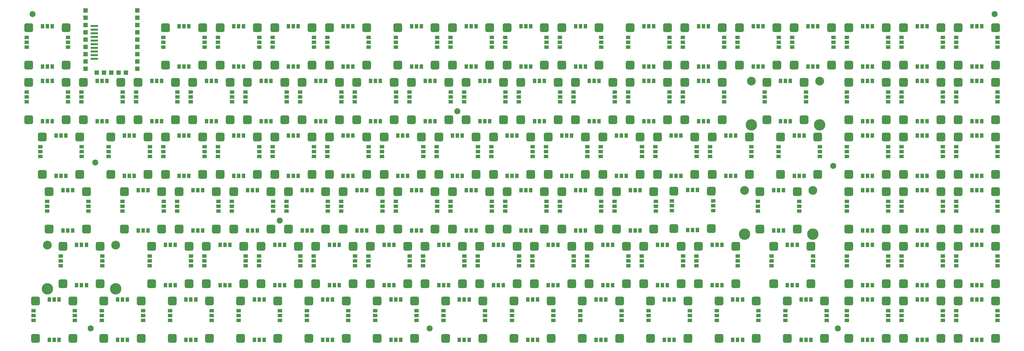
<source format=gbr>
%TF.GenerationSoftware,KiCad,Pcbnew,7.0.5*%
%TF.CreationDate,2023-06-08T14:54:28+02:00*%
%TF.ProjectId,verasity_PCB,76657261-7369-4747-995f-5043422e6b69,rev?*%
%TF.SameCoordinates,Original*%
%TF.FileFunction,Soldermask,Top*%
%TF.FilePolarity,Negative*%
%FSLAX46Y46*%
G04 Gerber Fmt 4.6, Leading zero omitted, Abs format (unit mm)*
G04 Created by KiCad (PCBNEW 7.0.5) date 2023-06-08 14:54:28*
%MOMM*%
%LPD*%
G01*
G04 APERTURE LIST*
G04 Aperture macros list*
%AMRoundRect*
0 Rectangle with rounded corners*
0 $1 Rounding radius*
0 $2 $3 $4 $5 $6 $7 $8 $9 X,Y pos of 4 corners*
0 Add a 4 corners polygon primitive as box body*
4,1,4,$2,$3,$4,$5,$6,$7,$8,$9,$2,$3,0*
0 Add four circle primitives for the rounded corners*
1,1,$1+$1,$2,$3*
1,1,$1+$1,$4,$5*
1,1,$1+$1,$6,$7*
1,1,$1+$1,$8,$9*
0 Add four rect primitives between the rounded corners*
20,1,$1+$1,$2,$3,$4,$5,0*
20,1,$1+$1,$4,$5,$6,$7,0*
20,1,$1+$1,$6,$7,$8,$9,0*
20,1,$1+$1,$8,$9,$2,$3,0*%
G04 Aperture macros list end*
%ADD10R,1.500000X1.250000*%
%ADD11RoundRect,0.500000X1.000000X-1.000000X1.000000X1.000000X-1.000000X1.000000X-1.000000X-1.000000X0*%
%ADD12R,1.250000X1.500000*%
%ADD13RoundRect,0.500000X-1.000000X-1.000000X1.000000X-1.000000X1.000000X1.000000X-1.000000X1.000000X0*%
%ADD14C,3.048000*%
%ADD15C,3.987800*%
%ADD16C,2.100000*%
%ADD17R,1.550000X1.550000*%
%ADD18R,2.500000X0.700000*%
G04 APERTURE END LIST*
D10*
%TO.C,U6*%
X76143485Y94999800D03*
D11*
X76843485Y88749800D03*
D12*
X83343485Y102249800D03*
X83343485Y88249800D03*
X85043485Y102249800D03*
X85043485Y88249800D03*
D11*
X89843485Y88749800D03*
D10*
X90543485Y94999800D03*
D13*
X76843485Y101749800D03*
X89843485Y101749800D03*
D10*
X90543485Y98399800D03*
X76143485Y98399800D03*
X76143485Y96699800D03*
X90543485Y96699800D03*
D12*
X81643485Y102249800D03*
X81643485Y88249800D03*
%TD*%
D10*
%TO.C,U24*%
X85668485Y75949800D03*
D11*
X86368485Y69699800D03*
D12*
X92868485Y83199800D03*
X92868485Y69199800D03*
X94568485Y83199800D03*
X94568485Y69199800D03*
D11*
X99368485Y69699800D03*
D10*
X100068485Y75949800D03*
D13*
X86368485Y82699800D03*
X99368485Y82699800D03*
D10*
X100068485Y79349800D03*
X85668485Y79349800D03*
X85668485Y77649800D03*
X100068485Y77649800D03*
D12*
X91168485Y83199800D03*
X91168485Y69199800D03*
%TD*%
D10*
%TO.C,U63*%
X195205985Y37849800D03*
D11*
X195905985Y31599800D03*
D12*
X202405985Y45099800D03*
X202405985Y31099800D03*
X204105985Y45099800D03*
X204105985Y31099800D03*
D11*
X208905985Y31599800D03*
D10*
X209605985Y37849800D03*
D13*
X195905985Y44599800D03*
X208905985Y44599800D03*
D10*
X209605985Y41249800D03*
X195205985Y41249800D03*
X195205985Y39549800D03*
X209605985Y39549800D03*
D12*
X200705985Y45099800D03*
X200705985Y31099800D03*
%TD*%
D10*
%TO.C,U79*%
X295218485Y18799800D03*
D11*
X295918485Y12549800D03*
D12*
X302418485Y26049800D03*
X302418485Y12049800D03*
X304118485Y26049800D03*
X304118485Y12049800D03*
D11*
X308918485Y12549800D03*
D10*
X309618485Y18799800D03*
D13*
X295918485Y25549800D03*
X308918485Y25549800D03*
D10*
X309618485Y22199800D03*
X295218485Y22199800D03*
X295218485Y20499800D03*
X309618485Y20499800D03*
D12*
X300718485Y26049800D03*
X300718485Y12049800D03*
%TD*%
D10*
%TO.C,U76*%
X204730985Y18799800D03*
D11*
X205430985Y12549800D03*
D12*
X211930985Y26049800D03*
X211930985Y12049800D03*
X213630985Y26049800D03*
X213630985Y12049800D03*
D11*
X218430985Y12549800D03*
D10*
X219130985Y18799800D03*
D13*
X205430985Y25549800D03*
X218430985Y25549800D03*
D10*
X219130985Y22199800D03*
X204730985Y22199800D03*
X204730985Y20499800D03*
X219130985Y20499800D03*
D12*
X210230985Y26049800D03*
X210230985Y12049800D03*
%TD*%
D10*
%TO.C,U82*%
X40424735Y-250200D03*
D11*
X41124735Y-6500200D03*
D12*
X47624735Y6999800D03*
X47624735Y-7000200D03*
X49324735Y6999800D03*
X49324735Y-7000200D03*
D11*
X54124735Y-6500200D03*
D10*
X54824735Y-250200D03*
D13*
X41124735Y6499800D03*
X54124735Y6499800D03*
D10*
X54824735Y3149800D03*
X40424735Y3149800D03*
X40424735Y1449800D03*
X54824735Y1449800D03*
D12*
X45924735Y6999800D03*
X45924735Y-7000200D03*
%TD*%
D10*
%TO.C,U44*%
X152343485Y56899800D03*
D11*
X153043485Y50649800D03*
D12*
X159543485Y64149800D03*
X159543485Y50149800D03*
X161243485Y64149800D03*
X161243485Y50149800D03*
D11*
X166043485Y50649800D03*
D10*
X166743485Y56899800D03*
D13*
X153043485Y63649800D03*
X166043485Y63649800D03*
D10*
X166743485Y60299800D03*
X152343485Y60299800D03*
X152343485Y58599800D03*
X166743485Y58599800D03*
D12*
X157843485Y64149800D03*
X157843485Y50149800D03*
%TD*%
D10*
%TO.C,U90*%
X207112235Y-250200D03*
D11*
X207812235Y-6500200D03*
D12*
X214312235Y6999800D03*
X214312235Y-7000200D03*
X216012235Y6999800D03*
X216012235Y-7000200D03*
D11*
X220812235Y-6500200D03*
D10*
X221512235Y-250200D03*
D13*
X207812235Y6499800D03*
X220812235Y6499800D03*
D10*
X221512235Y3149800D03*
X207112235Y3149800D03*
X207112235Y1449800D03*
X221512235Y1449800D03*
D12*
X212612235Y6999800D03*
X212612235Y-7000200D03*
%TD*%
D10*
%TO.C,U15*%
X257118485Y94999800D03*
D11*
X257818485Y88749800D03*
D12*
X264318485Y102249800D03*
X264318485Y88249800D03*
X266018485Y102249800D03*
X266018485Y88249800D03*
D11*
X270818485Y88749800D03*
D10*
X271518485Y94999800D03*
D13*
X257818485Y101749800D03*
X270818485Y101749800D03*
D10*
X271518485Y98399800D03*
X257118485Y98399800D03*
X257118485Y96699800D03*
X271518485Y96699800D03*
D12*
X262618485Y102249800D03*
X262618485Y88249800D03*
%TD*%
D10*
%TO.C,U19*%
X-9581515Y75949800D03*
D11*
X-8881515Y69699800D03*
D12*
X-2381515Y83199800D03*
X-2381515Y69199800D03*
X-681515Y83199800D03*
X-681515Y69199800D03*
D11*
X4118485Y69699800D03*
D10*
X4818485Y75949800D03*
D13*
X-8881515Y82699800D03*
X4118485Y82699800D03*
D10*
X4818485Y79349800D03*
X-9581515Y79349800D03*
X-9581515Y77649800D03*
X4818485Y77649800D03*
D12*
X-4081515Y83199800D03*
X-4081515Y69199800D03*
%TD*%
D10*
%TO.C,U34*%
X295218485Y75949800D03*
D11*
X295918485Y69699800D03*
D12*
X302418485Y83199800D03*
X302418485Y69199800D03*
X304118485Y83199800D03*
X304118485Y69199800D03*
D11*
X308918485Y69699800D03*
D10*
X309618485Y75949800D03*
D13*
X295918485Y82699800D03*
X308918485Y82699800D03*
D10*
X309618485Y79349800D03*
X295218485Y79349800D03*
X295218485Y77649800D03*
X309618485Y77649800D03*
D12*
X300718485Y83199800D03*
X300718485Y69199800D03*
%TD*%
D14*
%TO.C,U65*%
X240512500Y45085000D03*
D15*
X240512500Y29845000D03*
D10*
X245212500Y37850000D03*
D11*
X245912500Y31600000D03*
D12*
X252412500Y45100000D03*
X252412500Y31100000D03*
X254112500Y45100000D03*
X254112500Y31100000D03*
D11*
X258912500Y31600000D03*
D10*
X259612500Y37850000D03*
D14*
X264312500Y45085000D03*
D15*
X264312500Y29845000D03*
D13*
X245912500Y44600000D03*
X258912500Y44600000D03*
D10*
X259612500Y41250000D03*
X245212500Y41250000D03*
X245212500Y39550000D03*
X259612500Y39550000D03*
D12*
X250712500Y45100000D03*
X250712500Y31100000D03*
%TD*%
D10*
%TO.C,U11*%
X176155985Y94999800D03*
D11*
X176855985Y88749800D03*
D12*
X183355985Y102249800D03*
X183355985Y88249800D03*
X185055985Y102249800D03*
X185055985Y88249800D03*
D11*
X189855985Y88749800D03*
D10*
X190555985Y94999800D03*
D13*
X176855985Y101749800D03*
X189855985Y101749800D03*
D10*
X190555985Y98399800D03*
X176155985Y98399800D03*
X176155985Y96699800D03*
X190555985Y96699800D03*
D12*
X181655985Y102249800D03*
X181655985Y88249800D03*
%TD*%
D10*
%TO.C,U91*%
X230924735Y-250200D03*
D11*
X231624735Y-6500200D03*
D12*
X238124735Y6999800D03*
X238124735Y-7000200D03*
X239824735Y6999800D03*
X239824735Y-7000200D03*
D11*
X244624735Y-6500200D03*
D10*
X245324735Y-250200D03*
D13*
X231624735Y6499800D03*
X244624735Y6499800D03*
D10*
X245324735Y3149800D03*
X230924735Y3149800D03*
X230924735Y1449800D03*
X245324735Y1449800D03*
D12*
X236424735Y6999800D03*
X236424735Y-7000200D03*
%TD*%
D10*
%TO.C,U39*%
X57093485Y56899800D03*
D11*
X57793485Y50649800D03*
D12*
X64293485Y64149800D03*
X64293485Y50149800D03*
X65993485Y64149800D03*
X65993485Y50149800D03*
D11*
X70793485Y50649800D03*
D10*
X71493485Y56899800D03*
D13*
X57793485Y63649800D03*
X70793485Y63649800D03*
D10*
X71493485Y60299800D03*
X57093485Y60299800D03*
X57093485Y58599800D03*
X71493485Y58599800D03*
D12*
X62593485Y64149800D03*
X62593485Y50149800D03*
%TD*%
D10*
%TO.C,U92*%
X254737235Y-250200D03*
D11*
X255437235Y-6500200D03*
D12*
X261937235Y6999800D03*
X261937235Y-7000200D03*
X263637235Y6999800D03*
X263637235Y-7000200D03*
D11*
X268437235Y-6500200D03*
D10*
X269137235Y-250200D03*
D13*
X255437235Y6499800D03*
X268437235Y6499800D03*
D10*
X269137235Y3149800D03*
X254737235Y3149800D03*
X254737235Y1449800D03*
X269137235Y1449800D03*
D12*
X260237235Y6999800D03*
X260237235Y-7000200D03*
%TD*%
D10*
%TO.C,U22*%
X47568485Y75949800D03*
D11*
X48268485Y69699800D03*
D12*
X54768485Y83199800D03*
X54768485Y69199800D03*
X56468485Y83199800D03*
X56468485Y69199800D03*
D11*
X61268485Y69699800D03*
D10*
X61968485Y75949800D03*
D13*
X48268485Y82699800D03*
X61268485Y82699800D03*
D10*
X61968485Y79349800D03*
X47568485Y79349800D03*
X47568485Y77649800D03*
X61968485Y77649800D03*
D12*
X53068485Y83199800D03*
X53068485Y69199800D03*
%TD*%
D10*
%TO.C,U55*%
X42805985Y37849800D03*
D11*
X43505985Y31599800D03*
D12*
X50005985Y45099800D03*
X50005985Y31099800D03*
X51705985Y45099800D03*
X51705985Y31099800D03*
D11*
X56505985Y31599800D03*
D10*
X57205985Y37849800D03*
D13*
X43505985Y44599800D03*
X56505985Y44599800D03*
D10*
X57205985Y41249800D03*
X42805985Y41249800D03*
X42805985Y39549800D03*
X57205985Y39549800D03*
D12*
X48305985Y45099800D03*
X48305985Y31099800D03*
%TD*%
D10*
%TO.C,U7*%
X95193485Y94999800D03*
D11*
X95893485Y88749800D03*
D12*
X102393485Y102249800D03*
X102393485Y88249800D03*
X104093485Y102249800D03*
X104093485Y88249800D03*
D11*
X108893485Y88749800D03*
D10*
X109593485Y94999800D03*
D13*
X95893485Y101749800D03*
X108893485Y101749800D03*
D10*
X109593485Y98399800D03*
X95193485Y98399800D03*
X95193485Y96699800D03*
X109593485Y96699800D03*
D12*
X100693485Y102249800D03*
X100693485Y88249800D03*
%TD*%
D10*
%TO.C,U31*%
X219018485Y75949800D03*
D11*
X219718485Y69699800D03*
D12*
X226218485Y83199800D03*
X226218485Y69199800D03*
X227918485Y83199800D03*
X227918485Y69199800D03*
D11*
X232718485Y69699800D03*
D10*
X233418485Y75949800D03*
D13*
X219718485Y82699800D03*
X232718485Y82699800D03*
D10*
X233418485Y79349800D03*
X219018485Y79349800D03*
X219018485Y77649800D03*
X233418485Y77649800D03*
D12*
X224518485Y83199800D03*
X224518485Y69199800D03*
%TD*%
D16*
%TO.C,H8*%
X140493750Y72628125D03*
%TD*%
%TO.C,H6*%
X-7500000Y106500000D03*
%TD*%
D10*
%TO.C,U12*%
X199968485Y94999800D03*
D11*
X200668485Y88749800D03*
D12*
X207168485Y102249800D03*
X207168485Y88249800D03*
X208868485Y102249800D03*
X208868485Y88249800D03*
D11*
X213668485Y88749800D03*
D10*
X214368485Y94999800D03*
D13*
X200668485Y101749800D03*
X213668485Y101749800D03*
D10*
X214368485Y98399800D03*
X199968485Y98399800D03*
X199968485Y96699800D03*
X214368485Y96699800D03*
D12*
X205468485Y102249800D03*
X205468485Y88249800D03*
%TD*%
D10*
%TO.C,U33*%
X276168485Y75949800D03*
D11*
X276868485Y69699800D03*
D12*
X283368485Y83199800D03*
X283368485Y69199800D03*
X285068485Y83199800D03*
X285068485Y69199800D03*
D11*
X289868485Y69699800D03*
D10*
X290568485Y75949800D03*
D13*
X276868485Y82699800D03*
X289868485Y82699800D03*
D10*
X290568485Y79349800D03*
X276168485Y79349800D03*
X276168485Y77649800D03*
X290568485Y77649800D03*
D12*
X281668485Y83199800D03*
X281668485Y69199800D03*
%TD*%
D10*
%TO.C,U86*%
X135674735Y-250200D03*
D11*
X136374735Y-6500200D03*
D12*
X142874735Y6999800D03*
X142874735Y-7000200D03*
X144574735Y6999800D03*
X144574735Y-7000200D03*
D11*
X149374735Y-6500200D03*
D10*
X150074735Y-250200D03*
D13*
X136374735Y6499800D03*
X149374735Y6499800D03*
D10*
X150074735Y3149800D03*
X135674735Y3149800D03*
X135674735Y1449800D03*
X150074735Y1449800D03*
D12*
X141174735Y6999800D03*
X141174735Y-7000200D03*
%TD*%
D10*
%TO.C,U48*%
X228543485Y56899800D03*
D11*
X229243485Y50649800D03*
D12*
X235743485Y64149800D03*
X235743485Y50149800D03*
X237443485Y64149800D03*
X237443485Y50149800D03*
D11*
X242243485Y50649800D03*
D10*
X242943485Y56899800D03*
D13*
X229243485Y63649800D03*
X242243485Y63649800D03*
D10*
X242943485Y60299800D03*
X228543485Y60299800D03*
X228543485Y58599800D03*
X242943485Y58599800D03*
D12*
X234043485Y64149800D03*
X234043485Y50149800D03*
%TD*%
D10*
%TO.C,U80*%
X-7200265Y-250200D03*
D11*
X-6500265Y-6500200D03*
D12*
X-265Y6999800D03*
X-265Y-7000200D03*
X1699735Y6999800D03*
X1699735Y-7000200D03*
D11*
X6499735Y-6500200D03*
D10*
X7199735Y-250200D03*
D13*
X-6500265Y6499800D03*
X6499735Y6499800D03*
D10*
X7199735Y3149800D03*
X-7200265Y3149800D03*
X-7200265Y1449800D03*
X7199735Y1449800D03*
D12*
X-1700265Y6999800D03*
X-1700265Y-7000200D03*
%TD*%
D10*
%TO.C,U98*%
X314268485Y18799800D03*
D11*
X314968485Y12549800D03*
D12*
X321468485Y26049800D03*
X321468485Y12049800D03*
X323168485Y26049800D03*
X323168485Y12049800D03*
D11*
X327968485Y12549800D03*
D10*
X328668485Y18799800D03*
D13*
X314968485Y25549800D03*
X327968485Y25549800D03*
D10*
X328668485Y22199800D03*
X314268485Y22199800D03*
X314268485Y20499800D03*
X328668485Y20499800D03*
D12*
X319768485Y26049800D03*
X319768485Y12049800D03*
%TD*%
D16*
%TO.C,H2*%
X14287500Y54768750D03*
%TD*%
D10*
%TO.C,U49*%
X252355985Y56899800D03*
D11*
X253055985Y50649800D03*
D12*
X259555985Y64149800D03*
X259555985Y50149800D03*
X261255985Y64149800D03*
X261255985Y50149800D03*
D11*
X266055985Y50649800D03*
D10*
X266755985Y56899800D03*
D13*
X253055985Y63649800D03*
X266055985Y63649800D03*
D10*
X266755985Y60299800D03*
X252355985Y60299800D03*
X252355985Y58599800D03*
X266755985Y58599800D03*
D12*
X257855985Y64149800D03*
X257855985Y50149800D03*
%TD*%
D10*
%TO.C,U69*%
X71380985Y18799800D03*
D11*
X72080985Y12549800D03*
D12*
X78580985Y26049800D03*
X78580985Y12049800D03*
X80280985Y26049800D03*
X80280985Y12049800D03*
D11*
X85080985Y12549800D03*
D10*
X85780985Y18799800D03*
D13*
X72080985Y25549800D03*
X85080985Y25549800D03*
D10*
X85780985Y22199800D03*
X71380985Y22199800D03*
X71380985Y20499800D03*
X85780985Y20499800D03*
D12*
X76880985Y26049800D03*
X76880985Y12049800D03*
%TD*%
D10*
%TO.C,U68*%
X52330985Y18799800D03*
D11*
X53030985Y12549800D03*
D12*
X59530985Y26049800D03*
X59530985Y12049800D03*
X61230985Y26049800D03*
X61230985Y12049800D03*
D11*
X66030985Y12549800D03*
D10*
X66730985Y18799800D03*
D13*
X53030985Y25549800D03*
X66030985Y25549800D03*
D10*
X66730985Y22199800D03*
X52330985Y22199800D03*
X52330985Y20499800D03*
X66730985Y20499800D03*
D12*
X57830985Y26049800D03*
X57830985Y12049800D03*
%TD*%
D10*
%TO.C,U26*%
X123768485Y75949800D03*
D11*
X124468485Y69699800D03*
D12*
X130968485Y83199800D03*
X130968485Y69199800D03*
X132668485Y83199800D03*
X132668485Y69199800D03*
D11*
X137468485Y69699800D03*
D10*
X138168485Y75949800D03*
D13*
X124468485Y82699800D03*
X137468485Y82699800D03*
D10*
X138168485Y79349800D03*
X123768485Y79349800D03*
X123768485Y77649800D03*
X138168485Y77649800D03*
D12*
X129268485Y83199800D03*
X129268485Y69199800D03*
%TD*%
D10*
%TO.C,U75*%
X185680985Y18799800D03*
D11*
X186380985Y12549800D03*
D12*
X192880985Y26049800D03*
X192880985Y12049800D03*
X194580985Y26049800D03*
X194580985Y12049800D03*
D11*
X199380985Y12549800D03*
D10*
X200080985Y18799800D03*
D13*
X186380985Y25549800D03*
X199380985Y25549800D03*
D10*
X200080985Y22199800D03*
X185680985Y22199800D03*
X185680985Y20499800D03*
X200080985Y20499800D03*
D12*
X191180985Y26049800D03*
X191180985Y12049800D03*
%TD*%
D10*
%TO.C,U61*%
X157105985Y37849800D03*
D11*
X157805985Y31599800D03*
D12*
X164305985Y45099800D03*
X164305985Y31099800D03*
X166005985Y45099800D03*
X166005985Y31099800D03*
D11*
X170805985Y31599800D03*
D10*
X171505985Y37849800D03*
D13*
X157805985Y44599800D03*
X170805985Y44599800D03*
D10*
X171505985Y41249800D03*
X157105985Y41249800D03*
X157105985Y39549800D03*
X171505985Y39549800D03*
D12*
X162605985Y45099800D03*
X162605985Y31099800D03*
%TD*%
D10*
%TO.C,U21*%
X28518485Y75949800D03*
D11*
X29218485Y69699800D03*
D12*
X35718485Y83199800D03*
X35718485Y69199800D03*
X37418485Y83199800D03*
X37418485Y69199800D03*
D11*
X42218485Y69699800D03*
D10*
X42918485Y75949800D03*
D13*
X29218485Y82699800D03*
X42218485Y82699800D03*
D10*
X42918485Y79349800D03*
X28518485Y79349800D03*
X28518485Y77649800D03*
X42918485Y77649800D03*
D12*
X34018485Y83199800D03*
X34018485Y69199800D03*
%TD*%
D10*
%TO.C,U50*%
X276168485Y56899800D03*
D11*
X276868485Y50649800D03*
D12*
X283368485Y64149800D03*
X283368485Y50149800D03*
X285068485Y64149800D03*
X285068485Y50149800D03*
D11*
X289868485Y50649800D03*
D10*
X290568485Y56899800D03*
D13*
X276868485Y63649800D03*
X289868485Y63649800D03*
D10*
X290568485Y60299800D03*
X276168485Y60299800D03*
X276168485Y58599800D03*
X290568485Y58599800D03*
D12*
X281668485Y64149800D03*
X281668485Y50149800D03*
%TD*%
D10*
%TO.C,U45*%
X171393485Y56899800D03*
D11*
X172093485Y50649800D03*
D12*
X178593485Y64149800D03*
X178593485Y50149800D03*
X180293485Y64149800D03*
X180293485Y50149800D03*
D11*
X185093485Y50649800D03*
D10*
X185793485Y56899800D03*
D13*
X172093485Y63649800D03*
X185093485Y63649800D03*
D10*
X185793485Y60299800D03*
X171393485Y60299800D03*
X171393485Y58599800D03*
X185793485Y58599800D03*
D12*
X176893485Y64149800D03*
X176893485Y50149800D03*
%TD*%
D10*
%TO.C,U41*%
X95193485Y56899800D03*
D11*
X95893485Y50649800D03*
D12*
X102393485Y64149800D03*
X102393485Y50149800D03*
X104093485Y64149800D03*
X104093485Y50149800D03*
D11*
X108893485Y50649800D03*
D10*
X109593485Y56899800D03*
D13*
X95893485Y63649800D03*
X108893485Y63649800D03*
D10*
X109593485Y60299800D03*
X95193485Y60299800D03*
X95193485Y58599800D03*
X109593485Y58599800D03*
D12*
X100693485Y64149800D03*
X100693485Y50149800D03*
%TD*%
D16*
%TO.C,H1*%
X12700000Y-3000000D03*
%TD*%
D10*
%TO.C,U53*%
X-2437765Y37849800D03*
D11*
X-1737765Y31599800D03*
D12*
X4762235Y45099800D03*
X4762235Y31099800D03*
X6462235Y45099800D03*
X6462235Y31099800D03*
D11*
X11262235Y31599800D03*
D10*
X11962235Y37849800D03*
D13*
X-1737765Y44599800D03*
X11262235Y44599800D03*
D10*
X11962235Y41249800D03*
X-2437765Y41249800D03*
X-2437765Y39549800D03*
X11962235Y39549800D03*
D12*
X3062235Y45099800D03*
X3062235Y31099800D03*
%TD*%
D10*
%TO.C,U27*%
X142818485Y75949800D03*
D11*
X143518485Y69699800D03*
D12*
X150018485Y83199800D03*
X150018485Y69199800D03*
X151718485Y83199800D03*
X151718485Y69199800D03*
D11*
X156518485Y69699800D03*
D10*
X157218485Y75949800D03*
D13*
X143518485Y82699800D03*
X156518485Y82699800D03*
D10*
X157218485Y79349800D03*
X142818485Y79349800D03*
X142818485Y77649800D03*
X157218485Y77649800D03*
D12*
X148318485Y83199800D03*
X148318485Y69199800D03*
%TD*%
D10*
%TO.C,U23*%
X66618485Y75949800D03*
D11*
X67318485Y69699800D03*
D12*
X73818485Y83199800D03*
X73818485Y69199800D03*
X75518485Y83199800D03*
X75518485Y69199800D03*
D11*
X80318485Y69699800D03*
D10*
X81018485Y75949800D03*
D13*
X67318485Y82699800D03*
X80318485Y82699800D03*
D10*
X81018485Y79349800D03*
X66618485Y79349800D03*
X66618485Y77649800D03*
X81018485Y77649800D03*
D12*
X72118485Y83199800D03*
X72118485Y69199800D03*
%TD*%
D16*
%TO.C,H7*%
X271462500Y53578125D03*
%TD*%
D10*
%TO.C,U35*%
X314268485Y75949800D03*
D11*
X314968485Y69699800D03*
D12*
X321468485Y83199800D03*
X321468485Y69199800D03*
X323168485Y83199800D03*
X323168485Y69199800D03*
D11*
X327968485Y69699800D03*
D10*
X328668485Y75949800D03*
D13*
X314968485Y82699800D03*
X327968485Y82699800D03*
D10*
X328668485Y79349800D03*
X314268485Y79349800D03*
X314268485Y77649800D03*
X328668485Y77649800D03*
D12*
X319768485Y83199800D03*
X319768485Y69199800D03*
%TD*%
D10*
%TO.C,U87*%
X159487235Y-250200D03*
D11*
X160187235Y-6500200D03*
D12*
X166687235Y6999800D03*
X166687235Y-7000200D03*
X168387235Y6999800D03*
X168387235Y-7000200D03*
D11*
X173187235Y-6500200D03*
D10*
X173887235Y-250200D03*
D13*
X160187235Y6499800D03*
X173187235Y6499800D03*
D10*
X173887235Y3149800D03*
X159487235Y3149800D03*
X159487235Y1449800D03*
X173887235Y1449800D03*
D12*
X164987235Y6999800D03*
X164987235Y-7000200D03*
%TD*%
D10*
%TO.C,U4*%
X38043485Y94999800D03*
D11*
X38743485Y88749800D03*
D12*
X45243485Y102249800D03*
X45243485Y88249800D03*
X46943485Y102249800D03*
X46943485Y88249800D03*
D11*
X51743485Y88749800D03*
D10*
X52443485Y94999800D03*
D13*
X38743485Y101749800D03*
X51743485Y101749800D03*
D10*
X52443485Y98399800D03*
X38043485Y98399800D03*
X38043485Y96699800D03*
X52443485Y96699800D03*
D12*
X43543485Y102249800D03*
X43543485Y88249800D03*
%TD*%
D10*
%TO.C,U60*%
X138055985Y37849800D03*
D11*
X138755985Y31599800D03*
D12*
X145255985Y45099800D03*
X145255985Y31099800D03*
X146955985Y45099800D03*
X146955985Y31099800D03*
D11*
X151755985Y31599800D03*
D10*
X152455985Y37849800D03*
D13*
X138755985Y44599800D03*
X151755985Y44599800D03*
D10*
X152455985Y41249800D03*
X138055985Y41249800D03*
X138055985Y39549800D03*
X152455985Y39549800D03*
D12*
X143555985Y45099800D03*
X143555985Y31099800D03*
%TD*%
D10*
%TO.C,U16*%
X276168485Y94999800D03*
D11*
X276868485Y88749800D03*
D12*
X283368485Y102249800D03*
X283368485Y88249800D03*
X285068485Y102249800D03*
X285068485Y88249800D03*
D11*
X289868485Y88749800D03*
D10*
X290568485Y94999800D03*
D13*
X276868485Y101749800D03*
X289868485Y101749800D03*
D10*
X290568485Y98399800D03*
X276168485Y98399800D03*
X276168485Y96699800D03*
X290568485Y96699800D03*
D12*
X281668485Y102249800D03*
X281668485Y88249800D03*
%TD*%
D10*
%TO.C,U58*%
X99955985Y37849800D03*
D11*
X100655985Y31599800D03*
D12*
X107155985Y45099800D03*
X107155985Y31099800D03*
X108855985Y45099800D03*
X108855985Y31099800D03*
D11*
X113655985Y31599800D03*
D10*
X114355985Y37849800D03*
D13*
X100655985Y44599800D03*
X113655985Y44599800D03*
D10*
X114355985Y41249800D03*
X99955985Y41249800D03*
X99955985Y39549800D03*
X114355985Y39549800D03*
D12*
X105455985Y45099800D03*
X105455985Y31099800D03*
%TD*%
D10*
%TO.C,U46*%
X190443485Y56899800D03*
D11*
X191143485Y50649800D03*
D12*
X197643485Y64149800D03*
X197643485Y50149800D03*
X199343485Y64149800D03*
X199343485Y50149800D03*
D11*
X204143485Y50649800D03*
D10*
X204843485Y56899800D03*
D13*
X191143485Y63649800D03*
X204143485Y63649800D03*
D10*
X204843485Y60299800D03*
X190443485Y60299800D03*
X190443485Y58599800D03*
X204843485Y58599800D03*
D12*
X195943485Y64149800D03*
X195943485Y50149800D03*
%TD*%
D10*
%TO.C,U36*%
X-4819015Y56899800D03*
D11*
X-4119015Y50649800D03*
D12*
X2380985Y64149800D03*
X2380985Y50149800D03*
X4080985Y64149800D03*
X4080985Y50149800D03*
D11*
X8880985Y50649800D03*
D10*
X9580985Y56899800D03*
D13*
X-4119015Y63649800D03*
X8880985Y63649800D03*
D10*
X9580985Y60299800D03*
X-4819015Y60299800D03*
X-4819015Y58599800D03*
X9580985Y58599800D03*
D12*
X680985Y64149800D03*
X680985Y50149800D03*
%TD*%
D10*
%TO.C,U94*%
X295218485Y-250200D03*
D11*
X295918485Y-6500200D03*
D12*
X302418485Y6999800D03*
X302418485Y-7000200D03*
X304118485Y6999800D03*
X304118485Y-7000200D03*
D11*
X308918485Y-6500200D03*
D10*
X309618485Y-250200D03*
D13*
X295918485Y6499800D03*
X308918485Y6499800D03*
D10*
X309618485Y3149800D03*
X295218485Y3149800D03*
X295218485Y1449800D03*
X309618485Y1449800D03*
D12*
X300718485Y6999800D03*
X300718485Y-7000200D03*
%TD*%
D10*
%TO.C,U40*%
X76143485Y56899800D03*
D11*
X76843485Y50649800D03*
D12*
X83343485Y64149800D03*
X83343485Y50149800D03*
X85043485Y64149800D03*
X85043485Y50149800D03*
D11*
X89843485Y50649800D03*
D10*
X90543485Y56899800D03*
D13*
X76843485Y63649800D03*
X89843485Y63649800D03*
D10*
X90543485Y60299800D03*
X76143485Y60299800D03*
X76143485Y58599800D03*
X90543485Y58599800D03*
D12*
X81643485Y64149800D03*
X81643485Y50149800D03*
%TD*%
D10*
%TO.C,U3*%
X276168485Y37849800D03*
D11*
X276868485Y31599800D03*
D12*
X283368485Y45099800D03*
X283368485Y31099800D03*
X285068485Y45099800D03*
X285068485Y31099800D03*
D11*
X289868485Y31599800D03*
D10*
X290568485Y37849800D03*
D13*
X276868485Y44599800D03*
X289868485Y44599800D03*
D10*
X290568485Y41249800D03*
X276168485Y41249800D03*
X276168485Y39549800D03*
X290568485Y39549800D03*
D12*
X281668485Y45099800D03*
X281668485Y31099800D03*
%TD*%
D10*
%TO.C,U25*%
X104718485Y75949800D03*
D11*
X105418485Y69699800D03*
D12*
X111918485Y83199800D03*
X111918485Y69199800D03*
X113618485Y83199800D03*
X113618485Y69199800D03*
D11*
X118418485Y69699800D03*
D10*
X119118485Y75949800D03*
D13*
X105418485Y82699800D03*
X118418485Y82699800D03*
D10*
X119118485Y79349800D03*
X104718485Y79349800D03*
X104718485Y77649800D03*
X119118485Y77649800D03*
D12*
X110218485Y83199800D03*
X110218485Y69199800D03*
%TD*%
D10*
%TO.C,U43*%
X133293485Y56899800D03*
D11*
X133993485Y50649800D03*
D12*
X140493485Y64149800D03*
X140493485Y50149800D03*
X142193485Y64149800D03*
X142193485Y50149800D03*
D11*
X146993485Y50649800D03*
D10*
X147693485Y56899800D03*
D13*
X133993485Y63649800D03*
X146993485Y63649800D03*
D10*
X147693485Y60299800D03*
X133293485Y60299800D03*
X133293485Y58599800D03*
X147693485Y58599800D03*
D12*
X138793485Y64149800D03*
X138793485Y50149800D03*
%TD*%
D10*
%TO.C,U59*%
X119005985Y37849800D03*
D11*
X119705985Y31599800D03*
D12*
X126205985Y45099800D03*
X126205985Y31099800D03*
X127905985Y45099800D03*
X127905985Y31099800D03*
D11*
X132705985Y31599800D03*
D10*
X133405985Y37849800D03*
D13*
X119705985Y44599800D03*
X132705985Y44599800D03*
D10*
X133405985Y41249800D03*
X119005985Y41249800D03*
X119005985Y39549800D03*
X133405985Y39549800D03*
D12*
X124505985Y45099800D03*
X124505985Y31099800D03*
%TD*%
D10*
%TO.C,U57*%
X80905985Y37849800D03*
D11*
X81605985Y31599800D03*
D12*
X88105985Y45099800D03*
X88105985Y31099800D03*
X89805985Y45099800D03*
X89805985Y31099800D03*
D11*
X94605985Y31599800D03*
D10*
X95305985Y37849800D03*
D13*
X81605985Y44599800D03*
X94605985Y44599800D03*
D10*
X95305985Y41249800D03*
X80905985Y41249800D03*
X80905985Y39549800D03*
X95305985Y39549800D03*
D12*
X86405985Y45099800D03*
X86405985Y31099800D03*
%TD*%
D10*
%TO.C,U17*%
X295218485Y94999800D03*
D11*
X295918485Y88749800D03*
D12*
X302418485Y102249800D03*
X302418485Y88249800D03*
X304118485Y102249800D03*
X304118485Y88249800D03*
D11*
X308918485Y88749800D03*
D10*
X309618485Y94999800D03*
D13*
X295918485Y101749800D03*
X308918485Y101749800D03*
D10*
X309618485Y98399800D03*
X295218485Y98399800D03*
X295218485Y96699800D03*
X309618485Y96699800D03*
D12*
X300718485Y102249800D03*
X300718485Y88249800D03*
%TD*%
D10*
%TO.C,U83*%
X64237235Y-250200D03*
D11*
X64937235Y-6500200D03*
D12*
X71437235Y6999800D03*
X71437235Y-7000200D03*
X73137235Y6999800D03*
X73137235Y-7000200D03*
D11*
X77937235Y-6500200D03*
D10*
X78637235Y-250200D03*
D13*
X64937235Y6499800D03*
X77937235Y6499800D03*
D10*
X78637235Y3149800D03*
X64237235Y3149800D03*
X64237235Y1449800D03*
X78637235Y1449800D03*
D12*
X69737235Y6999800D03*
X69737235Y-7000200D03*
%TD*%
D10*
%TO.C,U56*%
X61855985Y37849800D03*
D11*
X62555985Y31599800D03*
D12*
X69055985Y45099800D03*
X69055985Y31099800D03*
X70755985Y45099800D03*
X70755985Y31099800D03*
D11*
X75555985Y31599800D03*
D10*
X76255985Y37849800D03*
D13*
X62555985Y44599800D03*
X75555985Y44599800D03*
D10*
X76255985Y41249800D03*
X61855985Y41249800D03*
X61855985Y39549800D03*
X76255985Y39549800D03*
D12*
X67355985Y45099800D03*
X67355985Y31099800D03*
%TD*%
D10*
%TO.C,U20*%
X9468485Y75949800D03*
D11*
X10168485Y69699800D03*
D12*
X16668485Y83199800D03*
X16668485Y69199800D03*
X18368485Y83199800D03*
X18368485Y69199800D03*
D11*
X23168485Y69699800D03*
D10*
X23868485Y75949800D03*
D13*
X10168485Y82699800D03*
X23168485Y82699800D03*
D10*
X23868485Y79349800D03*
X9468485Y79349800D03*
X9468485Y77649800D03*
X23868485Y77649800D03*
D12*
X14968485Y83199800D03*
X14968485Y69199800D03*
%TD*%
D10*
%TO.C,U89*%
X183299735Y-250200D03*
D11*
X183999735Y-6500200D03*
D12*
X190499735Y6999800D03*
X190499735Y-7000200D03*
X192199735Y6999800D03*
X192199735Y-7000200D03*
D11*
X196999735Y-6500200D03*
D10*
X197699735Y-250200D03*
D13*
X183999735Y6499800D03*
X196999735Y6499800D03*
D10*
X197699735Y3149800D03*
X183299735Y3149800D03*
X183299735Y1449800D03*
X197699735Y1449800D03*
D12*
X188799735Y6999800D03*
X188799735Y-7000200D03*
%TD*%
D10*
%TO.C,U30*%
X199968485Y75949800D03*
D11*
X200668485Y69699800D03*
D12*
X207168485Y83199800D03*
X207168485Y69199800D03*
X208868485Y83199800D03*
X208868485Y69199800D03*
D11*
X213668485Y69699800D03*
D10*
X214368485Y75949800D03*
D13*
X200668485Y82699800D03*
X213668485Y82699800D03*
D10*
X214368485Y79349800D03*
X199968485Y79349800D03*
X199968485Y77649800D03*
X214368485Y77649800D03*
D12*
X205468485Y83199800D03*
X205468485Y69199800D03*
%TD*%
D14*
%TO.C,U66*%
X-2375000Y26035000D03*
D15*
X-2375000Y10795000D03*
D10*
X2325000Y18800000D03*
D11*
X3025000Y12550000D03*
D12*
X9525000Y26050000D03*
X9525000Y12050000D03*
X11225000Y26050000D03*
X11225000Y12050000D03*
D11*
X16025000Y12550000D03*
D10*
X16725000Y18800000D03*
D14*
X21425000Y26035000D03*
D15*
X21425000Y10795000D03*
D13*
X3025000Y25550000D03*
X16025000Y25550000D03*
D10*
X16725000Y22200000D03*
X2325000Y22200000D03*
X2325000Y20500000D03*
X16725000Y20500000D03*
D12*
X7825000Y26050000D03*
X7825000Y12050000D03*
%TD*%
D10*
%TO.C,U85*%
X111862235Y-250200D03*
D11*
X112562235Y-6500200D03*
D12*
X119062235Y6999800D03*
X119062235Y-7000200D03*
X120762235Y6999800D03*
X120762235Y-7000200D03*
D11*
X125562235Y-6500200D03*
D10*
X126262235Y-250200D03*
D13*
X112562235Y6499800D03*
X125562235Y6499800D03*
D10*
X126262235Y3149800D03*
X111862235Y3149800D03*
X111862235Y1449800D03*
X126262235Y1449800D03*
D12*
X117362235Y6999800D03*
X117362235Y-7000200D03*
%TD*%
D14*
%TO.C,U32*%
X242893750Y83185000D03*
D15*
X242893750Y67945000D03*
D10*
X247593750Y75950000D03*
D11*
X248293750Y69700000D03*
D12*
X254793750Y83200000D03*
X254793750Y69200000D03*
X256493750Y83200000D03*
X256493750Y69200000D03*
D11*
X261293750Y69700000D03*
D10*
X261993750Y75950000D03*
D14*
X266693750Y83185000D03*
D15*
X266693750Y67945000D03*
D13*
X248293750Y82700000D03*
X261293750Y82700000D03*
D10*
X261993750Y79350000D03*
X247593750Y79350000D03*
X247593750Y77650000D03*
X261993750Y77650000D03*
D12*
X253093750Y83200000D03*
X253093750Y69200000D03*
%TD*%
D10*
%TO.C,U67*%
X33280985Y18799800D03*
D11*
X33980985Y12549800D03*
D12*
X40480985Y26049800D03*
X40480985Y12049800D03*
X42180985Y26049800D03*
X42180985Y12049800D03*
D11*
X46980985Y12549800D03*
D10*
X47680985Y18799800D03*
D13*
X33980985Y25549800D03*
X46980985Y25549800D03*
D10*
X47680985Y22199800D03*
X33280985Y22199800D03*
X33280985Y20499800D03*
X47680985Y20499800D03*
D12*
X38780985Y26049800D03*
X38780985Y12049800D03*
%TD*%
D10*
%TO.C,U18*%
X314268485Y94999800D03*
D11*
X314968485Y88749800D03*
D12*
X321468485Y102249800D03*
X321468485Y88249800D03*
X323168485Y102249800D03*
X323168485Y88249800D03*
D11*
X327968485Y88749800D03*
D10*
X328668485Y94999800D03*
D13*
X314968485Y101749800D03*
X327968485Y101749800D03*
D10*
X328668485Y98399800D03*
X314268485Y98399800D03*
X314268485Y96699800D03*
X328668485Y96699800D03*
D12*
X319768485Y102249800D03*
X319768485Y88249800D03*
%TD*%
D10*
%TO.C,U84*%
X88049735Y-250200D03*
D11*
X88749735Y-6500200D03*
D12*
X95249735Y6999800D03*
X95249735Y-7000200D03*
X96949735Y6999800D03*
X96949735Y-7000200D03*
D11*
X101749735Y-6500200D03*
D10*
X102449735Y-250200D03*
D13*
X88749735Y6499800D03*
X101749735Y6499800D03*
D10*
X102449735Y3149800D03*
X88049735Y3149800D03*
X88049735Y1449800D03*
X102449735Y1449800D03*
D12*
X93549735Y6999800D03*
X93549735Y-7000200D03*
%TD*%
D10*
%TO.C,U14*%
X238068485Y94999800D03*
D11*
X238768485Y88749800D03*
D12*
X245268485Y102249800D03*
X245268485Y88249800D03*
X246968485Y102249800D03*
X246968485Y88249800D03*
D11*
X251768485Y88749800D03*
D10*
X252468485Y94999800D03*
D13*
X238768485Y101749800D03*
X251768485Y101749800D03*
D10*
X252468485Y98399800D03*
X238068485Y98399800D03*
X238068485Y96699800D03*
X252468485Y96699800D03*
D12*
X243568485Y102249800D03*
X243568485Y88249800D03*
%TD*%
D10*
%TO.C,U81*%
X16612235Y-250200D03*
D11*
X17312235Y-6500200D03*
D12*
X23812235Y6999800D03*
X23812235Y-7000200D03*
X25512235Y6999800D03*
X25512235Y-7000200D03*
D11*
X30312235Y-6500200D03*
D10*
X31012235Y-250200D03*
D13*
X17312235Y6499800D03*
X30312235Y6499800D03*
D10*
X31012235Y3149800D03*
X16612235Y3149800D03*
X16612235Y1449800D03*
X31012235Y1449800D03*
D12*
X22112235Y6999800D03*
X22112235Y-7000200D03*
%TD*%
D10*
%TO.C,U74*%
X166630985Y18799800D03*
D11*
X167330985Y12549800D03*
D12*
X173830985Y26049800D03*
X173830985Y12049800D03*
X175530985Y26049800D03*
X175530985Y12049800D03*
D11*
X180330985Y12549800D03*
D10*
X181030985Y18799800D03*
D13*
X167330985Y25549800D03*
X180330985Y25549800D03*
D10*
X181030985Y22199800D03*
X166630985Y22199800D03*
X166630985Y20499800D03*
X181030985Y20499800D03*
D12*
X172130985Y26049800D03*
X172130985Y12049800D03*
%TD*%
D10*
%TO.C,U88*%
X295218485Y37849800D03*
D11*
X295918485Y31599800D03*
D12*
X302418485Y45099800D03*
X302418485Y31099800D03*
X304118485Y45099800D03*
X304118485Y31099800D03*
D11*
X308918485Y31599800D03*
D10*
X309618485Y37849800D03*
D13*
X295918485Y44599800D03*
X308918485Y44599800D03*
D10*
X309618485Y41249800D03*
X295218485Y41249800D03*
X295218485Y39549800D03*
X309618485Y39549800D03*
D12*
X300718485Y45099800D03*
X300718485Y31099800D03*
%TD*%
D10*
%TO.C,U51*%
X295218485Y56899800D03*
D11*
X295918485Y50649800D03*
D12*
X302418485Y64149800D03*
X302418485Y50149800D03*
X304118485Y64149800D03*
X304118485Y50149800D03*
D11*
X308918485Y50649800D03*
D10*
X309618485Y56899800D03*
D13*
X295918485Y63649800D03*
X308918485Y63649800D03*
D10*
X309618485Y60299800D03*
X295218485Y60299800D03*
X295218485Y58599800D03*
X309618485Y58599800D03*
D12*
X300718485Y64149800D03*
X300718485Y50149800D03*
%TD*%
D17*
%TO.C,U99*%
X28939000Y107751000D03*
X28939000Y105211000D03*
X10939000Y102671000D03*
X28939000Y102671000D03*
X28939000Y100131000D03*
X10939000Y107751000D03*
X28939000Y97591000D03*
X28939000Y95051000D03*
X28939000Y92511000D03*
X28939000Y89971000D03*
X28939000Y87431000D03*
X25019000Y86141000D03*
X22479000Y86141000D03*
X19939000Y86141000D03*
X17399000Y86141000D03*
X14859000Y86141000D03*
X10939000Y87431000D03*
X10939000Y89971000D03*
D18*
X13959000Y90936000D03*
X13959000Y92206000D03*
X13959000Y93476000D03*
X13959000Y94746000D03*
X13959000Y96016000D03*
X13959000Y97286000D03*
X13959000Y98556000D03*
X13959000Y99826000D03*
X13959000Y101096000D03*
D17*
X10939000Y92511000D03*
X10939000Y95051000D03*
X10939000Y97591000D03*
X10939000Y100131000D03*
X10939000Y105211000D03*
D18*
X13959000Y102366000D03*
%TD*%
D10*
%TO.C,U13*%
X219018485Y94999800D03*
D11*
X219718485Y88749800D03*
D12*
X226218485Y102249800D03*
X226218485Y88249800D03*
X227918485Y102249800D03*
X227918485Y88249800D03*
D11*
X232718485Y88749800D03*
D10*
X233418485Y94999800D03*
D13*
X219718485Y101749800D03*
X232718485Y101749800D03*
D10*
X233418485Y98399800D03*
X219018485Y98399800D03*
X219018485Y96699800D03*
X233418485Y96699800D03*
D12*
X224518485Y102249800D03*
X224518485Y88249800D03*
%TD*%
D16*
%TO.C,H5*%
X130810000Y-3000000D03*
%TD*%
D10*
%TO.C,U28*%
X161868485Y75949800D03*
D11*
X162568485Y69699800D03*
D12*
X169068485Y83199800D03*
X169068485Y69199800D03*
X170768485Y83199800D03*
X170768485Y69199800D03*
D11*
X175568485Y69699800D03*
D10*
X176268485Y75949800D03*
D13*
X162568485Y82699800D03*
X175568485Y82699800D03*
D10*
X176268485Y79349800D03*
X161868485Y79349800D03*
X161868485Y77649800D03*
X176268485Y77649800D03*
D12*
X167368485Y83199800D03*
X167368485Y69199800D03*
%TD*%
D16*
%TO.C,H9*%
X327660000Y106500000D03*
%TD*%
D10*
%TO.C,U10*%
X157105985Y94999800D03*
D11*
X157805985Y88749800D03*
D12*
X164305985Y102249800D03*
X164305985Y88249800D03*
X166005985Y102249800D03*
X166005985Y88249800D03*
D11*
X170805985Y88749800D03*
D10*
X171505985Y94999800D03*
D13*
X157805985Y101749800D03*
X170805985Y101749800D03*
D10*
X171505985Y98399800D03*
X157105985Y98399800D03*
X157105985Y96699800D03*
X171505985Y96699800D03*
D12*
X162605985Y102249800D03*
X162605985Y88249800D03*
%TD*%
D10*
%TO.C,U96*%
X314268485Y37849800D03*
D11*
X314968485Y31599800D03*
D12*
X321468485Y45099800D03*
X321468485Y31099800D03*
X323168485Y45099800D03*
X323168485Y31099800D03*
D11*
X327968485Y31599800D03*
D10*
X328668485Y37849800D03*
D13*
X314968485Y44599800D03*
X327968485Y44599800D03*
D10*
X328668485Y41249800D03*
X314268485Y41249800D03*
X314268485Y39549800D03*
X328668485Y39549800D03*
D12*
X319768485Y45099800D03*
X319768485Y31099800D03*
%TD*%
D16*
%TO.C,H3*%
X78581250Y34528125D03*
%TD*%
D10*
%TO.C,U95*%
X314268485Y-250200D03*
D11*
X314968485Y-6500200D03*
D12*
X321468485Y6999800D03*
X321468485Y-7000200D03*
X323168485Y6999800D03*
X323168485Y-7000200D03*
D11*
X327968485Y-6500200D03*
D10*
X328668485Y-250200D03*
D13*
X314968485Y6499800D03*
X327968485Y6499800D03*
D10*
X328668485Y3149800D03*
X314268485Y3149800D03*
X314268485Y1449800D03*
X328668485Y1449800D03*
D12*
X319768485Y6999800D03*
X319768485Y-7000200D03*
%TD*%
D10*
%TO.C,U2*%
X-9581515Y94999800D03*
D11*
X-8881515Y88749800D03*
D12*
X-2381515Y102249800D03*
X-2381515Y88249800D03*
X-681515Y102249800D03*
X-681515Y88249800D03*
D11*
X4118485Y88749800D03*
D10*
X4818485Y94999800D03*
D13*
X-8881515Y101749800D03*
X4118485Y101749800D03*
D10*
X4818485Y98399800D03*
X-9581515Y98399800D03*
X-9581515Y96699800D03*
X4818485Y96699800D03*
D12*
X-4081515Y102249800D03*
X-4081515Y88249800D03*
%TD*%
D10*
%TO.C,U54*%
X23755985Y37849800D03*
D11*
X24455985Y31599800D03*
D12*
X30955985Y45099800D03*
X30955985Y31099800D03*
X32655985Y45099800D03*
X32655985Y31099800D03*
D11*
X37455985Y31599800D03*
D10*
X38155985Y37849800D03*
D13*
X24455985Y44599800D03*
X37455985Y44599800D03*
D10*
X38155985Y41249800D03*
X23755985Y41249800D03*
X23755985Y39549800D03*
X38155985Y39549800D03*
D12*
X29255985Y45099800D03*
X29255985Y31099800D03*
%TD*%
D10*
%TO.C,U70*%
X90430985Y18799800D03*
D11*
X91130985Y12549800D03*
D12*
X97630985Y26049800D03*
X97630985Y12049800D03*
X99330985Y26049800D03*
X99330985Y12049800D03*
D11*
X104130985Y12549800D03*
D10*
X104830985Y18799800D03*
D13*
X91130985Y25549800D03*
X104130985Y25549800D03*
D10*
X104830985Y22199800D03*
X90430985Y22199800D03*
X90430985Y20499800D03*
X104830985Y20499800D03*
D12*
X95930985Y26049800D03*
X95930985Y12049800D03*
%TD*%
D10*
%TO.C,U8*%
X119005985Y94999800D03*
D11*
X119705985Y88749800D03*
D12*
X126205985Y102249800D03*
X126205985Y88249800D03*
X127905985Y102249800D03*
X127905985Y88249800D03*
D11*
X132705985Y88749800D03*
D10*
X133405985Y94999800D03*
D13*
X119705985Y101749800D03*
X132705985Y101749800D03*
D10*
X133405985Y98399800D03*
X119005985Y98399800D03*
X119005985Y96699800D03*
X133405985Y96699800D03*
D12*
X124505985Y102249800D03*
X124505985Y88249800D03*
%TD*%
D10*
%TO.C,U29*%
X180918485Y75949800D03*
D11*
X181618485Y69699800D03*
D12*
X188118485Y83199800D03*
X188118485Y69199800D03*
X189818485Y83199800D03*
X189818485Y69199800D03*
D11*
X194618485Y69699800D03*
D10*
X195318485Y75949800D03*
D13*
X181618485Y82699800D03*
X194618485Y82699800D03*
D10*
X195318485Y79349800D03*
X180918485Y79349800D03*
X180918485Y77649800D03*
X195318485Y77649800D03*
D12*
X186418485Y83199800D03*
X186418485Y69199800D03*
%TD*%
D10*
%TO.C,U52*%
X314268485Y56899800D03*
D11*
X314968485Y50649800D03*
D12*
X321468485Y64149800D03*
X321468485Y50149800D03*
X323168485Y64149800D03*
X323168485Y50149800D03*
D11*
X327968485Y50649800D03*
D10*
X328668485Y56899800D03*
D13*
X314968485Y63649800D03*
X327968485Y63649800D03*
D10*
X328668485Y60299800D03*
X314268485Y60299800D03*
X314268485Y58599800D03*
X328668485Y58599800D03*
D12*
X319768485Y64149800D03*
X319768485Y50149800D03*
%TD*%
D16*
%TO.C,H4*%
X273050000Y-3000000D03*
%TD*%
D10*
%TO.C,U5*%
X57093485Y94999800D03*
D11*
X57793485Y88749800D03*
D12*
X64293485Y102249800D03*
X64293485Y88249800D03*
X65993485Y102249800D03*
X65993485Y88249800D03*
D11*
X70793485Y88749800D03*
D10*
X71493485Y94999800D03*
D13*
X57793485Y101749800D03*
X70793485Y101749800D03*
D10*
X71493485Y98399800D03*
X57093485Y98399800D03*
X57093485Y96699800D03*
X71493485Y96699800D03*
D12*
X62593485Y102249800D03*
X62593485Y88249800D03*
%TD*%
D10*
%TO.C,U78*%
X249974735Y18799800D03*
D11*
X250674735Y12549800D03*
D12*
X257174735Y26049800D03*
X257174735Y12049800D03*
X258874735Y26049800D03*
X258874735Y12049800D03*
D11*
X263674735Y12549800D03*
D10*
X264374735Y18799800D03*
D13*
X250674735Y25549800D03*
X263674735Y25549800D03*
D10*
X264374735Y22199800D03*
X249974735Y22199800D03*
X249974735Y20499800D03*
X264374735Y20499800D03*
D12*
X255474735Y26049800D03*
X255474735Y12049800D03*
%TD*%
D10*
%TO.C,U37*%
X18993485Y56899800D03*
D11*
X19693485Y50649800D03*
D12*
X26193485Y64149800D03*
X26193485Y50149800D03*
X27893485Y64149800D03*
X27893485Y50149800D03*
D11*
X32693485Y50649800D03*
D10*
X33393485Y56899800D03*
D13*
X19693485Y63649800D03*
X32693485Y63649800D03*
D10*
X33393485Y60299800D03*
X18993485Y60299800D03*
X18993485Y58599800D03*
X33393485Y58599800D03*
D12*
X24493485Y64149800D03*
X24493485Y50149800D03*
%TD*%
D10*
%TO.C,U97*%
X276168485Y18799800D03*
D11*
X276868485Y12549800D03*
D12*
X283368485Y26049800D03*
X283368485Y12049800D03*
X285068485Y26049800D03*
X285068485Y12049800D03*
D11*
X289868485Y12549800D03*
D10*
X290568485Y18799800D03*
D13*
X276868485Y25549800D03*
X289868485Y25549800D03*
D10*
X290568485Y22199800D03*
X276168485Y22199800D03*
X276168485Y20499800D03*
X290568485Y20499800D03*
D12*
X281668485Y26049800D03*
X281668485Y12049800D03*
%TD*%
D10*
%TO.C,U77*%
X223780985Y18799800D03*
D11*
X224480985Y12549800D03*
D12*
X230980985Y26049800D03*
X230980985Y12049800D03*
X232680985Y26049800D03*
X232680985Y12049800D03*
D11*
X237480985Y12549800D03*
D10*
X238180985Y18799800D03*
D13*
X224480985Y25549800D03*
X237480985Y25549800D03*
D10*
X238180985Y22199800D03*
X223780985Y22199800D03*
X223780985Y20499800D03*
X238180985Y20499800D03*
D12*
X229280985Y26049800D03*
X229280985Y12049800D03*
%TD*%
D10*
%TO.C,U42*%
X114243485Y56899800D03*
D11*
X114943485Y50649800D03*
D12*
X121443485Y64149800D03*
X121443485Y50149800D03*
X123143485Y64149800D03*
X123143485Y50149800D03*
D11*
X127943485Y50649800D03*
D10*
X128643485Y56899800D03*
D13*
X114943485Y63649800D03*
X127943485Y63649800D03*
D10*
X128643485Y60299800D03*
X114243485Y60299800D03*
X114243485Y58599800D03*
X128643485Y58599800D03*
D12*
X119743485Y64149800D03*
X119743485Y50149800D03*
%TD*%
D10*
%TO.C,U71*%
X109480985Y18799800D03*
D11*
X110180985Y12549800D03*
D12*
X116680985Y26049800D03*
X116680985Y12049800D03*
X118380985Y26049800D03*
X118380985Y12049800D03*
D11*
X123180985Y12549800D03*
D10*
X123880985Y18799800D03*
D13*
X110180985Y25549800D03*
X123180985Y25549800D03*
D10*
X123880985Y22199800D03*
X109480985Y22199800D03*
X109480985Y20499800D03*
X123880985Y20499800D03*
D12*
X114980985Y26049800D03*
X114980985Y12049800D03*
%TD*%
D10*
%TO.C,U47*%
X209493485Y56899800D03*
D11*
X210193485Y50649800D03*
D12*
X216693485Y64149800D03*
X216693485Y50149800D03*
X218393485Y64149800D03*
X218393485Y50149800D03*
D11*
X223193485Y50649800D03*
D10*
X223893485Y56899800D03*
D13*
X210193485Y63649800D03*
X223193485Y63649800D03*
D10*
X223893485Y60299800D03*
X209493485Y60299800D03*
X209493485Y58599800D03*
X223893485Y58599800D03*
D12*
X214993485Y64149800D03*
X214993485Y50149800D03*
%TD*%
D10*
%TO.C,U64*%
X215208485Y38008550D03*
D11*
X215908485Y31758550D03*
D12*
X222408485Y45258550D03*
X222408485Y31258550D03*
X224108485Y45258550D03*
X224108485Y31258550D03*
D11*
X228908485Y31758550D03*
D10*
X229608485Y38008550D03*
D13*
X215908485Y44758550D03*
X228908485Y44758550D03*
D10*
X229608485Y41408550D03*
X215208485Y41408550D03*
X215208485Y39708550D03*
X229608485Y39708550D03*
D12*
X220708485Y45258550D03*
X220708485Y31258550D03*
%TD*%
D10*
%TO.C,U38*%
X38043485Y56899800D03*
D11*
X38743485Y50649800D03*
D12*
X45243485Y64149800D03*
X45243485Y50149800D03*
X46943485Y64149800D03*
X46943485Y50149800D03*
D11*
X51743485Y50649800D03*
D10*
X52443485Y56899800D03*
D13*
X38743485Y63649800D03*
X51743485Y63649800D03*
D10*
X52443485Y60299800D03*
X38043485Y60299800D03*
X38043485Y58599800D03*
X52443485Y58599800D03*
D12*
X43543485Y64149800D03*
X43543485Y50149800D03*
%TD*%
D10*
%TO.C,U72*%
X128530985Y18799800D03*
D11*
X129230985Y12549800D03*
D12*
X135730985Y26049800D03*
X135730985Y12049800D03*
X137430985Y26049800D03*
X137430985Y12049800D03*
D11*
X142230985Y12549800D03*
D10*
X142930985Y18799800D03*
D13*
X129230985Y25549800D03*
X142230985Y25549800D03*
D10*
X142930985Y22199800D03*
X128530985Y22199800D03*
X128530985Y20499800D03*
X142930985Y20499800D03*
D12*
X134030985Y26049800D03*
X134030985Y12049800D03*
%TD*%
D10*
%TO.C,U9*%
X138055985Y94999800D03*
D11*
X138755985Y88749800D03*
D12*
X145255985Y102249800D03*
X145255985Y88249800D03*
X146955985Y102249800D03*
X146955985Y88249800D03*
D11*
X151755985Y88749800D03*
D10*
X152455985Y94999800D03*
D13*
X138755985Y101749800D03*
X151755985Y101749800D03*
D10*
X152455985Y98399800D03*
X138055985Y98399800D03*
X138055985Y96699800D03*
X152455985Y96699800D03*
D12*
X143555985Y102249800D03*
X143555985Y88249800D03*
%TD*%
D10*
%TO.C,U62*%
X176155985Y37849800D03*
D11*
X176855985Y31599800D03*
D12*
X183355985Y45099800D03*
X183355985Y31099800D03*
X185055985Y45099800D03*
X185055985Y31099800D03*
D11*
X189855985Y31599800D03*
D10*
X190555985Y37849800D03*
D13*
X176855985Y44599800D03*
X189855985Y44599800D03*
D10*
X190555985Y41249800D03*
X176155985Y41249800D03*
X176155985Y39549800D03*
X190555985Y39549800D03*
D12*
X181655985Y45099800D03*
X181655985Y31099800D03*
%TD*%
D10*
%TO.C,U93*%
X276168485Y-250200D03*
D11*
X276868485Y-6500200D03*
D12*
X283368485Y6999800D03*
X283368485Y-7000200D03*
X285068485Y6999800D03*
X285068485Y-7000200D03*
D11*
X289868485Y-6500200D03*
D10*
X290568485Y-250200D03*
D13*
X276868485Y6499800D03*
X289868485Y6499800D03*
D10*
X290568485Y3149800D03*
X276168485Y3149800D03*
X276168485Y1449800D03*
X290568485Y1449800D03*
D12*
X281668485Y6999800D03*
X281668485Y-7000200D03*
%TD*%
D10*
%TO.C,U73*%
X147580985Y18799800D03*
D11*
X148280985Y12549800D03*
D12*
X154780985Y26049800D03*
X154780985Y12049800D03*
X156480985Y26049800D03*
X156480985Y12049800D03*
D11*
X161280985Y12549800D03*
D10*
X161980985Y18799800D03*
D13*
X148280985Y25549800D03*
X161280985Y25549800D03*
D10*
X161980985Y22199800D03*
X147580985Y22199800D03*
X147580985Y20499800D03*
X161980985Y20499800D03*
D12*
X153080985Y26049800D03*
X153080985Y12049800D03*
%TD*%
M02*

</source>
